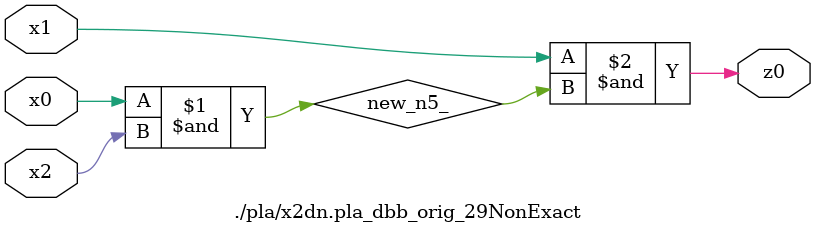
<source format=v>

module \./pla/x2dn.pla_dbb_orig_29NonExact  ( 
    x0, x1, x2,
    z0  );
  input  x0, x1, x2;
  output z0;
  wire new_n5_;
  assign new_n5_ = x0 & x2;
  assign z0 = x1 & new_n5_;
endmodule



</source>
